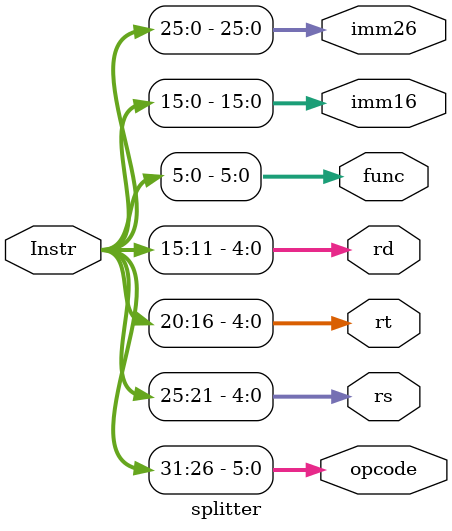
<source format=v>
`timescale 1ns / 1ps
module splitter(
    input [31:0] Instr,
    output [5:0] opcode,
    output [4:0] rs,
    output [4:0] rt,
    output [4:0] rd,
    output [5:0] func,
    output [15:0] imm16,
    output [25:0] imm26
    );

assign opcode = Instr[31:26];
assign func = Instr[5:0];
assign rs = Instr[25:21];
assign rt = Instr[20:16];
assign rd = Instr[15:11];
assign imm16 = Instr[15:0];
assign imm26 = Instr[25:0];

endmodule

</source>
